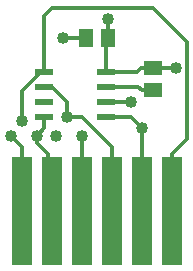
<source format=gbr>
G04 DipTrace 2.4.0.2*
%INTop.gbr*%
%MOIN*%
%ADD13C,0.013*%
%ADD15R,0.0512X0.0591*%
%ADD16R,0.065X0.36*%
%ADD17R,0.0591X0.0512*%
%ADD19R,0.0598X0.0236*%
%ADD20C,0.04*%
%FSLAX44Y44*%
G04*
G70*
G90*
G75*
G01*
%LNTop*%
%LPD*%
X-2000Y4375D2*
D13*
Y4125D1*
X-1625Y3750D1*
Y1875D1*
X-1500D1*
X-373Y7625D2*
X-1125D1*
X-2000Y4375D2*
X-1750Y4625D1*
Y5000D1*
X-500Y1875D2*
Y4375D1*
X297Y5500D2*
X1125D1*
X297Y5000D2*
X1125D1*
X1500Y4625D1*
Y2625D1*
X1250D1*
X1500Y2375D1*
Y1875D1*
Y4625D2*
D3*
X-1750Y6000D2*
X-1500D1*
X-1000Y5500D1*
Y5000D1*
X500Y1875D2*
Y4000D1*
X-500Y5000D1*
X-1000D1*
X297Y6500D2*
X1350D1*
X1475Y6625D1*
X1875D1*
X297Y6500D2*
Y7547D1*
X375Y7625D1*
X1875Y6625D2*
X2625D1*
X-2500Y1875D2*
Y4000D1*
X-2875Y4375D1*
X375Y8250D2*
Y7625D1*
X-2500Y4875D2*
Y5875D1*
X-1875Y6500D1*
X-1750D1*
X2500Y1875D2*
Y3750D1*
X3000Y4250D1*
Y7500D1*
X1875Y8625D1*
X-1500D1*
X-1750Y8375D1*
Y6500D1*
X297Y6000D2*
X1375D1*
X1498Y5877D1*
X1875D1*
D20*
X-2875Y4375D3*
X375Y8250D3*
X-2000Y4375D3*
X-1125Y7625D3*
X2625Y6625D3*
X1125Y5500D3*
X-500Y4375D3*
X-1000Y5000D3*
X-2500Y4875D3*
X-1375Y4375D3*
X1500Y4625D3*
D15*
X375Y7625D3*
X-373D3*
D16*
X-2500Y1875D3*
X-1500D3*
X-500D3*
X500D3*
X1500D3*
X2500D3*
D17*
X1875Y6625D3*
Y5877D3*
D19*
X-1750Y6500D3*
Y6000D3*
Y5500D3*
Y5000D3*
X297D3*
Y5500D3*
Y6000D3*
Y6500D3*
M02*

</source>
